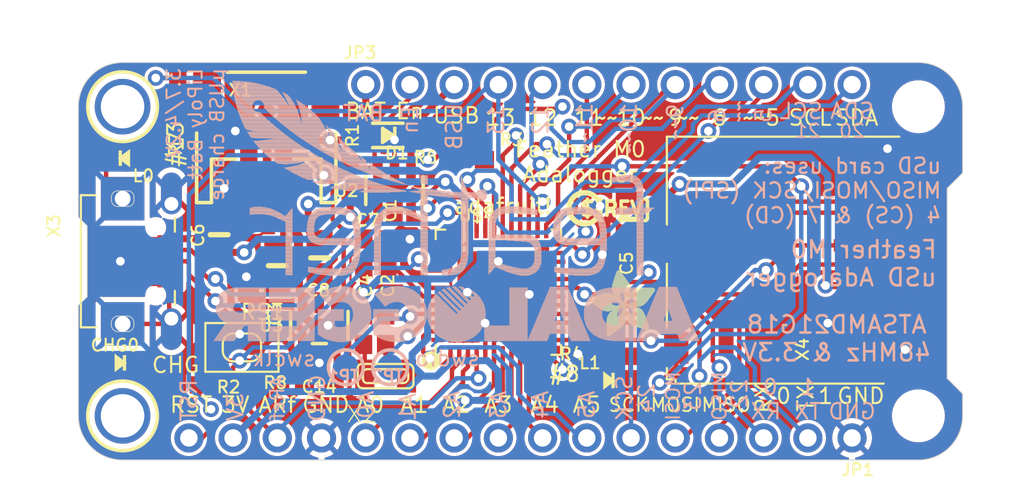
<source format=kicad_pcb>
(kicad_pcb (version 20221018) (generator pcbnew)
  (layers (0 "F.Cu" signal) (31 "B.Cu" signal) (34 "B.Paste" user) (35 "F.Paste" user) (36 "B.SilkS" user "B.Silkscreen") (37 "F.SilkS" user "F.Silkscreen") (38 "B.Mask" user) (39 "F.Mask" user) (44 "Edge.Cuts" user))
  (net 0 "")
  (net 1 "GND")
  (net 2 "MOSI")
  (net 3 "MISO")
  (net 4 "SCK")
  (net 5 "A5")
  (net 6 "A4")
  (net 7 "A3")
  (net 8 "A2")
  (net 9 "A1")
  (net 10 "D11")
  (net 11 "D12")
  (net 12 "+3V3")
  (net 13 "VBUS")
  (net 14 "VBAT")
  (net 15 "N$2")
  (net 16 "AREF")
  (net 17 "D13")
  (net 18 "A0")
  (net 19 "N$1")
  (net 20 "N$3")
  (net 21 "N$4")
  (net 22 "VDDCORE")
  (net 23 "SCL")
  (net 24 "SDA")
  (net 25 "D9")
  (net 26 "D8")
  (net 27 "D7")
  (net 28 "D6")
  (net 29 "D5")
  (net 30 "D1")
  (net 31 "D0")
  (net 32 "D10")
  (net 33 "D+")
  (net 34 "D-")
  (net 35 "~{RESET}")
  (net 36 "SWCLK")
  (net 37 "SWDIO")
  (net 38 "N$5")
  (net 39 "N$7")
  (net 40 "EN")
  (net 41 "D3")
  (net 42 "D2")
  (net 43 "SD_CS")
  (net 44 "N$6")
  (footprint "working:0805-NO" (layer "F.Cu") (at 154.7241 102.5906 -90)
    (fp_text reference "C5")
    (fp_text value "10uF")
  )
  (footprint "working:CHIPLED_0805_NOOUTLINE" (layer "F.Cu") (at 125.5141 110.8456 -90)
    (fp_text reference "CHG0")
    (fp_text value "ORANGE")
  )
  (footprint "working:0805-NO" (layer "F.Cu") (at 131.1891 103.4746 90)
    (fp_text reference "C6")
    (fp_text value "10µF")
  )
  (footprint "working:MICROSD" (layer "F.Cu") (at 157.0101 111.9886 90)
    (fp_text reference "X4")
    (fp_text value "microsd")
  )
  (footprint "working:KMR2" (layer "F.Cu") (at 132.4991 109.9566 180)
    (fp_text reference "SW1" hide)
    (fp_text value "SPST_TACT-KMR2" hide)
  )
  (footprint "working:0603-NO" (layer "F.Cu") (at 145.5801 99.1616 180)
    (fp_text reference "R6")
    (fp_text value "100K")
  )
  (footprint "working:0603-NO" (layer "F.Cu") (at 139.5011 104.5716 90)
    (fp_text reference "C7")
    (fp_text value "1uF")
  )
  (footprint "working:0603-NO" (layer "F.Cu") (at 139.4841 108.9406 90)
    (fp_text reference "C4")
    (fp_text value "22pF")
  )
  (footprint "working:0603-NO" (layer "F.Cu") (at 145.4531 97.8916)
    (fp_text reference "R3")
    (fp_text value "100k")
  )
  (footprint "working:XTAL3215" (layer "F.Cu") (at 140.7541 111.6076)
    (fp_text reference "X2")
    (fp_text value "32.768")
  )
  (footprint "working:0805-NO" (layer "F.Cu") (at 136.9591 104.8096 -90)
    (fp_text reference "C8")
    (fp_text value "10µF")
  )
  (footprint "" (layer "F.Cu") (at 171.3611 113.8936)
    (fp_text reference "@HOLE1" hide)
    (fp_text value "")
  )
  (footprint "working:0805-NO" (layer "F.Cu") (at 134.5311 105.2576 -90)
    (fp_text reference "C3")
    (fp_text value "10µF")
  )
  (footprint "working:FIDUCIAL_1MM" (layer "F.Cu") (at 133.8961 96.3676 -90)
    (fp_text reference "U$34" hide)
    (fp_text value "FIDUCIAL\"\"" hide)
  )
  (footprint "working:ADAFRUIT_3.5MM" (layer "F.Cu") (at 156.2481 109.3216 90)
    (fp_text reference "U$7" hide)
    (fp_text value "" hide)
  )
  (footprint "working:SOT23-5" (layer "F.Cu") (at 141.2621 100.9396 180)
    (fp_text reference "U2")
    (fp_text value "SPX3819-3.3")
  )
  (footprint "working:MOUNTINGHOLE_2.5_PLATED" (layer "F.Cu") (at 125.6411 96.1136 -90)
    (fp_text reference "U$31" hide)
    (fp_text value "MOUNTINGHOLE2.5" hide)
  )
  (footprint "working:1X16_ROUND" (layer "F.Cu") (at 148.5011 115.1636 180)
    (fp_text reference "JP1")
    (fp_text value "")
  )
  (footprint "working:0603-NO" (layer "F.Cu") (at 140.8811 104.6226 90)
    (fp_text reference "C1")
    (fp_text value "1uF")
  )
  (footprint "working:0603-NO" (layer "F.Cu") (at 133.8199 112.089007)
    (fp_text reference "C14")
    (fp_text value "1uF")
  )
  (footprint "working:CHIPLED_0805_NOOUTLINE" (layer "F.Cu") (at 125.7461 99.0746 90)
    (fp_text reference "L0")
    (fp_text value "RED")
  )
  (footprint "working:CHIPLED_0805_NOOUTLINE" (layer "F.Cu") (at 153.5811 111.8616 -90)
    (fp_text reference "L1")
    (fp_text value "GREEN")
  )
  (footprint "working:4UCONN_20329_V2" (layer "F.Cu") (at 127.5461 105.0036 -90)
    (fp_text reference "X3")
    (fp_text value "microUSB")
    (fp_line (start -4.05 2.15) (end -4.05 1.6) (stroke (width 0.05)) (layer "Edge.Cuts"))
    (fp_line (start -3.7 1.25) (end -3.5 1.25) (stroke (width 0.05)) (layer "Edge.Cuts"))
    (fp_line (start -3.5 2.55) (end -3.7 2.55) (stroke (width 0.05)) (layer "Edge.Cuts"))
    (fp_line (start -3.15 1.6) (end -3.15 2.15) (stroke (width 0.05)) (layer "Edge.Cuts"))
    (fp_line (start 3.15 2.2) (end 3.15 1.6) (stroke (width 0.05)) (layer "Edge.Cuts"))
    (fp_line (start 4.05 1.6) (end 4.05 2.2) (stroke (width 0.05)) (layer "Edge.Cuts"))
    (fp_arc (start -4.05 1.6) (mid -3.947487 1.352513) (end -3.7 1.25) (stroke (width 0.05)) (layer "Edge.Cuts"))
    (fp_arc (start -3.7 2.55) (mid -3.957843 2.422487) (end -4.05 2.15) (stroke (width 0.05)) (layer "Edge.Cuts"))
    (fp_arc (start -3.5 1.25) (mid -3.252513 1.352513) (end -3.15 1.6) (stroke (width 0.05)) (layer "Edge.Cuts"))
    (fp_arc (start -3.15 2.15) (mid -3.242157 2.422487) (end -3.5 2.55) (stroke (width 0.05)) (layer "Edge.Cuts"))
    (fp_arc (start 3.15 1.6) (mid 3.302513 1.331802) (end 3.6 1.25) (stroke (width 0.05)) (layer "Edge.Cuts"))
    (fp_arc (start 3.6 1.25) (mid 3.897487 1.331802) (end 4.05 1.6) (stroke (width 0.05)) (layer "Edge.Cuts"))
    (fp_arc (start 3.6 2.55) (mid 3.302513 2.468198) (end 3.15 2.2) (stroke (width 0.05)) (layer "Edge.Cuts"))
    (fp_arc (start 4.05 2.2) (mid 3.897487 2.468198) (end 3.6 2.55) (stroke (width 0.05)) (layer "Edge.Cuts"))
  )
  (footprint "working:MOUNTINGHOLE_2.5_PLATED" (layer "F.Cu") (at 125.6411 113.8936 -90)
    (fp_text reference "U$32" hide)
    (fp_text value "MOUNTINGHOLE2.5" hide)
  )
  (footprint "working:0603-NO" (layer "F.Cu") (at 138.7221 100.3046 90)
    (fp_text reference "R1")
    (fp_text value "100k")
  )
  (footprint "working:0603-NO" (layer "F.Cu") (at 153.9621 110.4646 180)
    (fp_text reference "R4")
    (fp_text value "1K")
  )
  (footprint "" (layer "F.Cu") (at 171.3611 96.1136)
    (fp_text reference "@HOLE0" hide)
    (fp_text value "")
  )
  (footprint "working:1X12_ROUND" (layer "F.Cu") (at 153.5811 94.8436)
    (fp_text reference "JP3")
    (fp_text value "")
  )
  (footprint "working:FIDUCIAL_1MM" (layer "F.Cu") (at 169.5033 115.6646 -90)
    (fp_text reference "U$35" hide)
    (fp_text value "FIDUCIAL\"\"" hide)
  )
  (footprint "working:0603-NO" (layer "F.Cu") (at 129.1971 112.1156)
    (fp_text reference "R2")
    (fp_text value "1K")
  )
  (footprint "working:PCBFEAT-REV-040" (layer "F.Cu") (at 152.1841 101.9556)
    (fp_text reference "U$9" hide)
    (fp_text value "" hide)
  )
  (footprint "working:SOD-123" (layer "F.Cu") (at 140.8811 97.7646 180)
    (fp_text reference "D1")
    (fp_text value "MBR120")
  )
  (footprint "working:0603-NO" (layer "F.Cu") (at 128.8161 95.4786 -90)
    (fp_text reference "R7")
    (fp_text value "2.2K")
  )
  (footprint "working:SOT23-5" (layer "F.Cu") (at 136.9441 108.6866 180)
    (fp_text reference "U3")
    (fp_text value "MCP73831T-2ACI/OT")
  )
  (footprint "working:JSTPH2" (layer "F.Cu") (at 133.8961 97.1296)
    (fp_text reference "X1")
    (fp_text value "JSTPH")
  )
  (footprint "working:0603-NO" (layer "F.Cu") (at 136.9441 112.1156 180)
    (fp_text reference "R8")
    (fp_text value "10K\\")
  )
  (footprint "working:TQFN48_7MM" (layer "F.Cu") (at 147.2311 106.7816)
    (fp_text reference "U$4")
    (fp_text value "ATSAMD21G18_QFN")
  )
  (footprint "working:0603-NO" (layer "F.Cu") (at 140.7541 108.9406 90)
    (fp_text reference "C2")
    (fp_text value "22pF")
  )
  (footprint "working:ADALOGGER_LOGO" (layer "B.Cu") (at 158.7881 109.7026 180)
    (fp_text reference "U$14" hide)
    (fp_text value "" hide)
  )
  (footprint "working:TESTPOINT_ROUND_1.5MM" (layer "B.Cu") (at 138.4681 111.0996 180)
    (fp_text reference "TP1")
    (fp_text value "")
  )
  (footprint "working:FEATHERLOGO" (layer "B.Cu") (at 156.2481 105.8926 180)
    (fp_text reference "U$13" hide)
    (fp_text value "" hide)
  )
  (footprint "working:TESTPOINT_ROUND_1.5MM" (layer "B.Cu") (at 141.0081 111.0996 180)
    (fp_text reference "TP2")
    (fp_text value "")
  )
  (gr_arc (start 123.1011 96.1136) (mid 123.845049 94.317549) (end 125.6411 93.5736) (stroke (width 0.05)) (layer "Edge.Cuts"))
  (gr_line (start 171.3611 93.5736) (end 125.6411 93.5736) (stroke (width 0.05)) (layer "Edge.Cuts"))
  (gr_line (start 123.6091 102.9716) (end 123.6091 107.0356) (stroke (width 0.05)) (layer "Edge.Cuts"))
  (gr_line (start 123.6091 107.0356) (end 123.1011 107.5436) (stroke (width 0.05)) (layer "Edge.Cuts"))
  (gr_line (start 173.0121 111.7346) (end 173.0121 100.8126) (stroke (width 0.05)) (layer "Edge.Cuts"))
  (gr_line (start 173.9011 112.6236) (end 173.0121 111.7346) (stroke (width 0.05)) (layer "Edge.Cuts"))
  (gr_line (start 123.1011 96.1136) (end 123.1011 102.4636) (stroke (width 0.05)) (layer "Edge.Cuts"))
  (gr_line (start 173.9011 113.8936) (end 173.9011 112.6236) (stroke (width 0.05)) (layer "Edge.Cuts"))
  (gr_line (start 123.1011 107.5436) (end 123.1011 113.8936) (stroke (width 0.05)) (layer "Edge.Cuts"))
  (gr_arc (start 125.6411 116.4336) (mid 123.845049 115.689651) (end 123.1011 113.8936) (stroke (width 0.05)) (layer "Edge.Cuts"))
  (gr_line (start 173.0121 100.8126) (end 173.9011 99.9236) (stroke (width 0.05)) (layer "Edge.Cuts"))
  (gr_line (start 123.1011 102.4636) (end 123.6091 102.9716) (stroke (width 0.05)) (layer "Edge.Cuts"))
  (gr_arc (start 171.3611 93.5736) (mid 173.157151 94.317549) (end 173.9011 96.1136) (stroke (width 0.05)) (layer "Edge.Cuts"))
  (gr_line (start 125.6411 116.4336) (end 171.3611 116.4336) (stroke (width 0.05)) (layer "Edge.Cuts"))
  (gr_line (start 173.9011 99.9236) (end 173.9011 96.1136) (stroke (width 0.05)) (layer "Edge.Cuts"))
  (gr_arc (start 173.9011 113.8936) (mid 173.157151 115.689651) (end 171.3611 116.4336) (stroke (width 0.05)) (layer "Edge.Cuts"))
  (gr_text "24" (at 155.7401 112.8776 -270) (layer "B.SilkS") (effects (font (size 0.89408 0.89408) (thickness 0.12192)) (justify mirror)))
  (gr_text "GND" (at 167.5511 113.6396) (layer "B.SilkS") (effects (font (size 0.89408 0.89408) (thickness 0.12192)) (justify mirror)))
  (gr_text "MISO" (at 159.9311 112.7506 -270) (layer "B.SilkS") (effects (font (size 0.78232 0.78232) (thickness 0.10668)) (justify mirror)))
  (gr_text "23" (at 158.4071 112.7506 -270) (layer "B.SilkS") (effects (font (size 0.89408 0.89408) (thickness 0.12192)) (justify mirror)))
  (gr_text "0" (at 162.8521 112.2426) (layer "B.SilkS") (effects (font (size 0.89408 0.89408) (thickness 0.12192)) (justify mirror)))
  (gr_text "RST" (at 129.4511 113.0046 -270) (layer "B.SilkS") (effects (font (size 0.89408 0.89408) (thickness 0.12192)) (justify mirror)))
  (gr_text "A0" (at 139.6111 113.2586 -270) (layer "B.SilkS") (effects (font (size 0.89408 0.89408) (thickness 0.12192)) (justify mirror)))
  (gr_text "MOSI" (at 157.2641 112.7506 -270) (layer "B.SilkS") (effects (font (size 0.78232 0.78232) (thickness 0.10668)) (justify mirror)))
  (gr_text "TX" (at 165.0111 113.6396) (layer "B.SilkS") (effects (font (size 0.89408 0.89408) (thickness 0.12192)) (justify mirror)))
  (gr_text "ATSAMD21G18\n48MHz & 3.3V" (at 166.6621 109.4486) (layer "B.SilkS") (effects (font (size 0.99441 0.99441) (thickness 0.14859)) (justify mirror)))
  (gr_text "A5" (at 152.3111 113.2586 -270) (layer "B.SilkS") (effects (font (size 0.89408 0.89408) (thickness 0.12192)) (justify mirror)))
  (gr_text "USB" (at 144.6911 97.2566 -270) (layer "B.SilkS") (effects (font (size 0.89408 0.89408) (thickness 0.12192)) (justify mirror)))
  (gr_text "SCL" (at 164.6301 96.3676) (layer "B.SilkS") (effects (font (size 0.89408 0.89408) (thickness 0.12192)) (justify mirror)))
  (gr_text "SDA" (at 167.5511 96.3676) (layer "B.SilkS") (effects (font (size 0.89408 0.89408) (thickness 0.12192)) (justify mirror)))
  (gr_text "swclk" (at 134.9121 110.5916) (layer "B.SilkS") (effects (font (size 0.89408 0.89408) (thickness 0.12192)) (justify mirror)))
  (gr_text "A4" (at 149.6441 113.2586 -270) (layer "B.SilkS") (effects (font (size 0.89408 0.89408) (thickness 0.12192)) (justify mirror)))
  (gr_text "11~~" (at 152.1841 97.3836 -270) (layer "B.SilkS") (effects (font (size 0.89408 0.89408) (thickness 0.12192)) (justify mirror)))
  (gr_text "20" (at 167.5511 97.5106) (layer "B.SilkS") (effects (font (size 0.78232 0.78232) (thickness 0.10668)) (justify mirror)))
  (gr_text "6" (at 159.8041 96.6216 -270) (layer "B.SilkS") (effects (font (size 0.89408 0.89408) (thickness 0.12192)) (justify mirror)))
  (gr_text "10~~" (at 154.7241 97.3836 -270) (layer "B.SilkS") (effects (font (size 0.89408 0.89408) (thickness 0.12192)) (justify mirror)))
  (gr_text "swdio" (at 144.3101 110.5916) (layer "B.SilkS") (effects (font (size 0.89408 0.89408) (thickness 0.12192)) (justify mirror)))
  (gr_text "BAT" (at 139.4841 96.4946) (layer "B.SilkS") (effects (font (size 0.89408 0.89408) (thickness 0.12192)) (justify mirror)))
  (gr_text "~~" (at 161.0741 96.3676 -90) (layer "B.SilkS") (effects (font (size 0.89408 0.89408) (thickness 0.12192)) (justify mirror)))
  (gr_text "SCK" (at 154.4701 112.8776 -270) (layer "B.SilkS") (effects (font (size 0.89408 0.89408) (thickness 0.12192)) (justify mirror)))
  (gr_text "RX" (at 162.5981 113.6396) (layer "B.SilkS") (effects (font (size 0.89408 0.89408) (thickness 0.12192)) (justify mirror)))
  (gr_text "3.7/4.2V\nLiPoly Batt\nµUSB charge" (at 129.8321 93.8276 -270) (layer "B.SilkS") (effects (font (size 0.77343 0.77343) (thickness 0.11557)) (justify left mirror)))
  (gr_text "A3" (at 147.2311 113.2586 -270) (layer "B.SilkS") (effects (font (size 0.89408 0.89408) (thickness 0.12192)) (justify mirror)))
  (gr_text "uSD card uses:\nMISO/MOSI/SCK (SPI)\n4 (CS) & 7 (CD)" (at 172.7581 100.9396) (layer "B.SilkS") (effects (font (size 0.88392 0.88392) (thickness 0.13208)) (justify left mirror)))
  (gr_text "21" (at 165.0111 97.5106) (layer "B.SilkS") (effects (font (size 0.78232 0.78232) (thickness 0.10668)) (justify mirror)))
  (gr_text "En" (at 142.1511 96.8756 -270) (layer "B.SilkS") (effects (font (size 0.89408 0.89408) (thickness 0.12192)) (justify mirror)))
  (gr_text "5" (at 162.4711 96.6216 -270) (layer "B.SilkS") (effects (font (size 0.89408 0.89408) (thickness 0.12192)) (justify mirror)))
  (gr_text "3V" (at 132.1181 113.3856 -270) (layer "B.SilkS") (effects (font (size 0.89408 0.89408) (thickness 0.12192)) (justify mirror)))
  (gr_text "1" (at 165.0111 112.2426) (layer "B.SilkS") (effects (font (size 0.89408 0.89408) (thickness 0.12192)) (justify mirror)))
  (gr_text "12" (at 149.6441 96.8756 -270) (layer "B.SilkS") (effects (font (size 0.89408 0.89408) (thickness 0.12192)) (justify mirror)))
  (gr_text "GND" (at 136.8171 112.8776 -270) (layer "B.SilkS") (effects (font (size 0.89408 0.89408) (thickness 0.12192)) (justify mirror)))
  (gr_text "22" (at 161.0741 112.6236 -270) (layer "B.SilkS") (effects (font (size 0.89408 0.89408) (thickness 0.12192)) (justify mirror)))
  (gr_text "A1" (at 142.0241 113.3856 -270) (layer "B.SilkS") (effects (font (size 0.89408 0.89408) (thickness 0.12192)) (justify mirror)))
  (gr_text "ARef" (at 134.5311 112.8776 -270) (layer "B.SilkS") (effects (font (size 0.78232 0.78232) (thickness 0.10668)) (justify mirror)))
  (gr_text "A2" (at 144.5641 113.2586 -270) (layer "B.SilkS") (effects (font (size 0.89408 0.89408) (thickness 0.12192)) (justify mirror)))
  (gr_text "13" (at 147.1041 96.8756 -270) (layer "B.SilkS") (effects (font (size 0.89408 0.89408) (thickness 0.12192)) (justify mirror)))
  (gr_text "Feather M0\nuSD Adalogger" (at 172.5041 105.1306) (layer "B.SilkS") (effects (font (size 0.99441 0.99441) (thickness 0.14859)) (justify left mirror)))
  (gr_text "9~~" (at 157.3911 97.0026 -270) (layer "B.SilkS") (effects (font (size 0.89408 0.89408) (thickness 0.12192)) (justify mirror)))
  (gr_text "0" (at 163.6141 112.7506) (layer "F.SilkS") (effects (font (size 0.89408 0.89408) (thickness 0.12192))))
  (gr_text "SDA" (at 167.8051 96.7486) (layer "F.SilkS") (effects (font (size 0.89408 0.89408) (thickness 0.12192))))
  (gr_text "A5" (at 152.3111 113.2586) (layer "F.SilkS") (effects (font (size 0.89408 0.89408) (thickness 0.12192))))
  (gr_text "11" (at 152.4381 96.7486) (layer "F.SilkS") (effects (font (size 0.89408 0.89408) (thickness 0.12192))))
  (gr_text "MISO" (at 160.3121 113.2586) (layer "F.SilkS") (effects (font (size 0.78232 0.78232) (thickness 0.10668))))
  (gr_text "RST" (at 129.5781 113.2586) (layer "F.SilkS") (effects (font (size 0.89408 0.89408) (thickness 0.12192))))
  (gr_text "USB" (at 144.8181 96.6216) (layer "F.SilkS") (effects (font (size 0.89408 0.89408) (thickness 0.12192))))
  (gr_text "RST" (at 133.6421 107.9246) (layer "F.SilkS") (effects (font (size 0.89408 0.89408) (thickness 0.12192))))
  (gr_text "~~5" (at 162.3441 96.7486) (layer "F.SilkS") (effects (font (size 0.89408 0.89408) (thickness 0.12192))))
  (gr_text "A3" (at 147.2311 113.2586) (layer "F.SilkS") (effects (font (size 0.89408 0.89408) (thickness 0.12192))))
  (gr_text "~~" (at 158.1531 96.7486) (layer "F.SilkS") (effects (font (size 0.89408 0.89408) (thickness 0.12192))))
  (gr_text "~~" (at 156.1211 96.7486) (layer "F.SilkS") (effects (font (size 0.89408 0.89408) (thickness 0.12192))))
  (gr_text "adafruit!" (at 147.4851 101.8286) (layer "F.SilkS") (effects (font (size 0.88392 0.88392) (thickness 0.13208))))
  (gr_text "A1" (at 142.4051 113.2586) (layer "F.SilkS") (effects (font (size 0.89408 0.89408) (thickness 0.12192))))
  (gr_text "6" (at 159.9311 96.7486) (layer "F.SilkS") (effects (font (size 0.89408 0.89408) (thickness 0.12192))))
  (gr_text "10" (at 154.8511 96.7486) (layer "F.SilkS") (effects (font (size 0.89408 0.89408) (thickness 0.12192))))
  (gr_text "MOSI" (at 157.3911 113.2586) (layer "F.SilkS") (effects (font (size 0.78232 0.78232) (thickness 0.10668))))
  (gr_text "#8" (at 151.0411 111.4806) (layer "F.SilkS") (effects (font (size 0.88392 0.88392) (thickness 0.13208))))
  (gr_text "~~" (at 153.4541 96.7486) (layer "F.SilkS") (effects (font (size 0.89408 0.89408) (thickness 0.12192))))
  (gr_text "SCL" (at 165.1381 96.7486) (layer "F.SilkS") (effects (font (size 0.89408 0.89408) (thickness 0.12192))))
  (gr_text "GND" (at 137.3251 113.2586) (layer "F.SilkS") (effects (font (size 0.89408 0.89408) (thickness 0.12192))))
  (gr_text "A0" (at 139.8651 113.2586) (layer "F.SilkS") (effects (font (size 0.89408 0.89408) (thickness 0.12192))))
  (gr_text "A2" (at 144.8181 113.2586) (layer "F.SilkS") (effects (font (size 0.89408 0.89408) (thickness 0.12192))))
  (gr_text "CHG" (at 128.6891 110.9726) (layer "F.SilkS") (effects (font (size 0.89408 0.89408) (thickness 0.12192))))
  (gr_text "A4" (at 149.8981 113.2586) (layer "F.SilkS") (effects (font (size 0.89408 0.89408) (thickness 0.12192))))
  (gr_text "1" (at 166.0271 112.7506) (layer "F.SilkS") (effects (font (size 0.89408 0.89408) (thickness 0.12192))))
  (gr_text "#13" (at 128.6891 98.2726 90) (layer "F.SilkS") (effects (font (size 0.89408 0.89408) (thickness 0.12192))))
  (gr_text "BAT" (at 139.6111 96.3676) (layer "F.SilkS") (effects (font (size 0.89408 0.89408) (thickness 0.12192))))
  (gr_text "Feather M0\nAdalogger" (at 151.9301 99.2886) (layer "F.SilkS") (effects (font (size 0.89408 0.89408) (thickness 0.12192))))
  (gr_text "En" (at 142.1511 96.3676) (layer "F.SilkS") (effects (font (size 0.89408 0.89408) (thickness 0.12192))))
  (gr_text "3V" (at 132.1181 113.2586) (layer "F.SilkS") (effects (font (size 0.89408 0.89408) (thickness 0.12192))))
  (gr_text "RX" (at 162.4711 112.8776 90) (layer "F.SilkS") (effects (font (size 0.89408 0.89408) (thickness 0.12192))))
  (gr_text "9" (at 157.3911 96.7486) (layer "F.SilkS") (effects (font (size 0.89408 0.89408) (thickness 0.12192))))
  (gr_text "13" (at 147.3581 96.7486) (layer "F.SilkS") (effects (font (size 0.89408 0.89408) (thickness 0.12192))))
  (gr_text "SCK" (at 154.7241 113.2586) (layer "F.SilkS") (effects (font (size 0.78232 0.78232) (thickness 0.10668))))
  (gr_text "12" (at 149.7711 96.7486) (layer "F.SilkS") (effects (font (size 0.89408 0.89408) (thickness 0.12192))))
  (gr_text "ARf" (at 134.5311 113.2586) (layer "F.SilkS") (effects (font (size 0.89408 0.89408) (thickness 0.12192))))
  (gr_text "TX" (at 164.8841 112.8776 90) (layer "F.SilkS") (effects (font (size 0.89408 0.89408) (thickness 0.12192))))
  (gr_text "GND" (at 168.0591 112.7506) (layer "F.SilkS") (effects (font (size 0.89408 0.89408) (thickness 0.12192))))
  (segment (start 141.2621 99.6395) (end 141.2621 98.3996) (width 0.254) (layer "F.Cu") (net 1))
  (segment (start 146.4811 110.2566) (end 146.4811 107.5316) (width 0.254) (layer "F.Cu") (net 1))
  (segment (start 126.0961 106.3036) (end 125.5461 105.7536) (width 0.254) (layer "F.Cu") (net 1))
  (segment (start 134.4991 109.1566) (end 134.6201 109.1566) (width 0.254) (layer "F.Cu") (net 1))
  (segment (start 143.1711 106.5316) (end 141.7701 105.1306) (width 0.254) (layer "F.Cu") (net 1))
  (segment (start 128.3211 106.3036) (end 128.3211 108.1786) (width 0.254) (layer "F.Cu") (net 1))
  (segment (start 146.9811 106.5316) (end 147.2311 106.7816) (width 0.254) (layer "F.Cu") (net 1))
  (segment (start 137.0711 105.7596) (end 136.9591 105.7596) (width 0.254) (layer "F.Cu") (net 1))
  (segment (start 125.6461 108.6036) (end 128.1461 108.6036) (width 0.254) (layer "F.Cu") (net 1))
  (segment (start 130.4991 109.1566) (end 134.4991 109.1566) (width 0.254) (layer "F.Cu") (net 1))
  (segment (start 144.4371 99.0346) (end 144.5641 99.1616) (width 0.254) (layer "F.Cu") (net 1))
  (segment (start 141.7701 105.1306) (end 141.7701 104.1146) (width 0.254) (layer "F.Cu") (net 1))
  (segment (start 144.5641 99.1616) (end 144.7301 99.1616) (width 0.254) (layer "F.Cu") (net 1))
  (segment (start 143.7561 106.5316) (end 143.1711 106.5316) (width 0.254) (layer "F.Cu") (net 1))
  (segment (start 147.4811 107.0316) (end 147.2311 106.7816) (width 0.254) (layer "F.Cu") (net 1))
  (segment (start 128.1461 108.6036) (end 128.4461 108.3036) (width 0.254) (layer "F.Cu") (net 1))
  (segment (start 143.7561 106.5316) (end 146.9811 106.5316) (width 0.254) (layer "F.Cu") (net 1))
  (segment (start 128.3211 106.3036) (end 126.0961 106.3036) (width 0.254) (layer "F.Cu") (net 1))
  (segment (start 146.4811 107.5316) (end 147.2311 106.7816) (width 0.254) (layer "F.Cu") (net 1))
  (segment (start 143.1671 100.3046) (end 143.0401 100.3046) (width 0.254) (layer "F.Cu") (net 1))
  (segment (start 144.9811 104.5316) (end 147.2311 106.7816) (width 0.254) (layer "F.Cu") (net 1))
  (segment (start 140.7541 108.0906) (end 139.4841 108.0906) (width 0.254) (layer "F.Cu") (net 1))
  (segment (start 124.6961 99.0746) (end 124.6961 101.4036) (width 0.254) (layer "F.Cu") (net 1))
  (segment (start 150.7061 107.0316) (end 147.4811 107.0316) (width 0.254) (layer "F.Cu") (net 1))
  (segment (start 124.6961 101.4036) (end 125.6461 101.4036) (width 0.254) (layer "F.Cu") (net 1))
  (segment (start 141.7701 104.1146) (end 142.1511 103.7336) (width 0.254) (layer "F.Cu") (net 1))
  (segment (start 144.9811 103.3066) (end 144.9811 104.5316) (width 0.254) (layer "F.Cu") (net 1))
  (segment (start 144.4371 99.0346) (end 143.1671 100.3046) (width 0.254) (layer "F.Cu") (net 1))
  (segment (start 128.3211 108.1786) (end 128.4461 108.3036) (width 0.254) (layer "F.Cu") (net 1))
  (segment (start 146.4811 107.5316) (end 146.4691 107.5436) (width 0.254) (layer "F.Cu") (net 1))
  (segment (start 146.4691 107.5436) (end 146.4691 108.5596) (width 0.254) (layer "F.Cu") (net 1))
  (via (at 131.4831 100.8126) (size 0.9064) (drill 0.5) (layers "F.Cu" "B.Cu") (net 1))
  (via (at 149.0091 106.9086) (size 0.9064) (drill 0.5) (layers "F.Cu" "B.Cu") (net 1))
  (via (at 125.5141 105.0036) (size 0.9064) (drill 0.5) (layers "F.Cu" "B.Cu") (net 1))
  (via (at 145.4531 106.7816) (size 0.9064) (drill 0.5) (layers "F.Cu" "B.Cu") (net 1))
  (via (at 142.1511 103.7336) (size 0.9064) (drill 0.5) (layers "F.Cu" "B.Cu") (net 1))
  (via (at 132.1181 97.5106) (size 0.9064) (drill 0.5) (layers "F.Cu" "B.Cu") (net 1))
  (via (at 137.4521 108.6866) (size 0.9064) (drill 0.5) (layers "F.Cu" "B.Cu") (net 1))
  (via (at 132.3721 109.1946) (size 0.9064) (drill 0.5) (layers "F.Cu" "B.Cu") (net 1))
  (via (at 132.7531 105.8926) (size 0.9064) (drill 0.5) (layers "F.Cu" "B.Cu") (net 1))
  (via (at 153.2001 104.6226) (size 0.9064) (drill 0.5) (layers "F.Cu" "B.Cu") (net 1))
  (via (at 147.2311 105.0036) (size 0.9064) (drill 0.5) (layers "F.Cu" "B.Cu") (net 1))
  (via (at 141.2621 98.0186) (size 0.9064) (drill 0.5) (layers "F.Cu" "B.Cu") (net 1))
  (via (at 170.5991 110.0836) (size 0.9064) (drill 0.5) (layers "F.Cu" "B.Cu") (net 1))
  (via (at 136.9441 110.8456) (size 0.9064) (drill 0.5) (layers "F.Cu" "B.Cu") (net 1))
  (via (at 169.5831 98.5266) (size 0.9064) (drill 0.5) (layers "F.Cu" "B.Cu") (net 1))
  (via (at 146.4691 108.5596) (size 0.9064) (drill 0.5) (layers "F.Cu" "B.Cu") (net 1))
  (via (at 166.1541 108.5596) (size 0.9064) (drill 0.5) (layers "F.Cu" "B.Cu") (net 1))
  (via (at 151.8031 110.3376) (size 0.9064) (drill 0.5) (layers "F.Cu" "B.Cu") (net 1))
  (segment (start 151.8031 110.3376) (end 151.6761 110.4646) (width 0.254) (layer "B.Cu") (net 1))
  (segment (start 157.8991 115.1636) (end 161.0741 111.9886) (width 0.254) (layer "F.Cu") (net 2))
  (segment (start 162.8521 106.9086) (end 164.5721 105.1886) (width 0.254) (layer "F.Cu") (net 2))
  (segment (start 161.0741 111.9886) (end 161.0741 108.6866) (width 0.254) (layer "F.Cu") (net 2))
  (segment (start 157.3911 115.1636) (end 157.8991 115.1636) (width 0.254) (layer "F.Cu") (net 2))
  (segment (start 161.0741 108.6866) (end 162.8521 106.9086) (width 0.254) (layer "F.Cu") (net 2))
  (segment (start 150.7061 106.5316) (end 151.8071 106.5316) (width 0.254) (layer "F.Cu") (net 2))
  (segment (start 151.8071 106.5316) (end 152.1841 106.9086) (width 0.254) (layer "F.Cu") (net 2))
  (segment (start 152.1841 106.9086) (end 162.8521 106.9086) (width 0.254) (layer "F.Cu") (net 2))
  (segment (start 164.5721 105.1886) (end 167.6501 105.1886) (width 0.254) (layer "F.Cu") (net 2))
  (via (at 152.1841 106.9086) (size 0.9064) (drill 0.5) (layers "F.Cu" "B.Cu") (net 2))
  (segment (start 169.4561 109.7026) (end 168.9481 109.7026) (width 0.254) (layer "F.Cu") (net 3))
  (segment (start 168.9481 111.9886) (end 168.9481 109.7026) (width 0.254) (layer "F.Cu") (net 3))
  (segment (start 157.5181 101.5746) (end 169.2021 101.5746) (width 0.254) (layer "F.Cu") (net 3))
  (segment (start 169.2021 101.5746) (end 169.8371 102.2096) (width 0.254) (layer "F.Cu") (net 3))
  (segment (start 161.8361 112.6236) (end 168.3131 112.6236) (width 0.254) (layer "F.Cu") (net 3))
  (segment (start 159.9311 114.5286) (end 161.8361 112.6236) (width 0.254) (layer "F.Cu") (net 3))
  (segment (start 169.8371 102.2096) (end 169.8371 109.3216) (width 0.254) (layer "F.Cu") (net 3))
  (segment (start 150.7061 105.5316) (end 154.8311 105.5316) (width 0.254) (layer "F.Cu") (net 3))
  (segment (start 154.8311 105.5316) (end 155.9941 104.3686) (width 0.254) (layer "F.Cu") (net 3))
  (segment (start 167.7641 109.7026) (end 167.6501 109.5886) (width 0.254) (layer "F.Cu") (net 3))
  (segment (start 168.9481 109.7026) (end 167.7641 109.7026) (width 0.254) (layer "F.Cu") (net 3))
  (segment (start 168.3131 112.6236) (end 168.9481 111.9886) (width 0.254) (layer "F.Cu") (net 3))
  (segment (start 169.8371 109.3216) (end 169.4561 109.7026) (width 0.254) (layer "F.Cu") (net 3))
  (segment (start 155.9941 104.3686) (end 155.9941 103.0986) (width 0.254) (layer "F.Cu") (net 3))
  (segment (start 155.9941 103.0986) (end 157.5181 101.5746) (width 0.254) (layer "F.Cu") (net 3))
  (segment (start 159.9311 115.1636) (end 159.9311 114.5286) (width 0.254) (layer "F.Cu") (net 3))
  (segment (start 168.8211 102.2096) (end 169.3291 102.7176) (width 0.254) (layer "F.Cu") (net 4))
  (segment (start 155.8671 105.6386) (end 155.8671 106.0704) (width 0.254) (layer "F.Cu") (net 4))
  (segment (start 169.3291 102.7176) (end 169.3291 107.0356) (width 0.254) (layer "F.Cu") (net 4))
  (segment (start 150.7181 106.0196) (end 150.7061 106.0316) (width 0.254) (layer "F.Cu") (net 4))
  (segment (start 152.9969 106.1974) (end 155.9941 106.1974) (width 0.254) (layer "F.Cu") (net 4))
  (segment (start 155.8671 106.0704) (end 155.9941 106.1974) (width 0.254) (layer "F.Cu") (net 4))
  (segment (start 163.7411 102.2096) (end 168.8211 102.2096) (width 0.254) (layer "F.Cu") (net 4))
  (segment (start 159.7533 106.1974) (end 163.7411 102.2096) (width 0.254) (layer "F.Cu") (net 4))
  (segment (start 152.9969 106.1974) (end 152.8191 106.0196) (width 0.254) (layer "F.Cu") (net 4))
  (segment (start 152.8191 106.0196) (end 150.7181 106.0196) (width 0.254) (layer "F.Cu") (net 4))
  (segment (start 155.9941 106.1974) (end 159.7533 106.1974) (width 0.254) (layer "F.Cu") (net 4))
  (segment (start 168.9761 107.3886) (end 167.6501 107.3886) (width 0.254) (layer "F.Cu") (net 4))
  (segment (start 169.3291 107.0356) (end 168.9761 107.3886) (width 0.254) (layer "F.Cu") (net 4))
  (via (at 155.8671 105.6386) (size 0.9064) (drill 0.5) (layers "F.Cu" "B.Cu") (net 4))
  (segment (start 154.8511 106.6546) (end 155.8671 105.6386) (width 0.254) (layer "B.Cu") (net 4))
  (segment (start 154.8511 115.1636) (end 154.8511 106.6546) (width 0.254) (layer "B.Cu") (net 4))
  (segment (start 142.9131 110.2106) (end 143.2941 110.5916) (width 0.254) (layer "F.Cu") (net 5))
  (segment (start 143.2031 109.0316) (end 142.9131 109.3216) (width 0.254) (layer "F.Cu") (net 5))
  (segment (start 142.9131 109.3216) (end 142.9131 110.2106) (width 0.254) (layer "F.Cu") (net 5))
  (segment (start 143.7561 109.0316) (end 143.2031 109.0316) (width 0.254) (layer "F.Cu") (net 5))
  (via (at 143.2941 110.5916) (size 0.9064) (drill 0.5) (layers "F.Cu" "B.Cu") (net 5))
  (segment (start 150.5331 113.7666) (end 151.9301 115.1636) (width 0.254) (layer "B.Cu") (net 5))
  (segment (start 149.5171 113.7666) (end 150.5331 113.7666) (width 0.254) (layer "B.Cu") (net 5))
  (segment (start 148.3741 112.6236) (end 149.5171 113.7666) (width 0.254) (layer "B.Cu") (net 5))
  (segment (start 148.3741 111.0996) (end 148.3741 112.6236) (width 0.254) (layer "B.Cu") (net 5))
  (segment (start 143.2941 110.5916) (end 143.9291 109.9566) (width 0.254) (layer "B.Cu") (net 5))
  (segment (start 151.9301 115.1636) (end 152.3111 115.1636) (width 0.254) (layer "B.Cu") (net 5))
  (segment (start 147.2311 109.9566) (end 148.3741 111.0996) (width 0.254) (layer "B.Cu") (net 5))
  (segment (start 143.9291 109.9566) (end 147.2311 109.9566) (width 0.254) (layer "B.Cu") (net 5))
  (segment (start 148.9811 110.2566) (end 148.9811 114.3736) (width 0.254) (layer "F.Cu") (net 6))
  (segment (start 148.9811 114.3736) (end 149.7711 115.1636) (width 0.254) (layer "F.Cu") (net 6))
  (segment (start 148.4811 113.9136) (end 147.2311 115.1636) (width 0.254) (layer "F.Cu") (net 7))
  (segment (start 148.4811 110.2566) (end 148.4811 113.9136) (width 0.254) (layer "F.Cu") (net 7))
  (segment (start 145.4531 115.1636) (end 144.6911 115.1636) (width 0.254) (layer "F.Cu") (net 8))
  (segment (start 147.9811 113.6516) (end 147.7391 113.8936) (width 0.254) (layer "F.Cu") (net 8))
  (segment (start 144.9451 115.1636) (end 144.6911 115.1636) (width 0.254) (layer "F.Cu") (net 8))
  (segment (start 147.9811 110.2566) (end 147.9811 113.6516) (width 0.254) (layer "F.Cu") (net 8))
  (segment (start 146.7231 113.8936) (end 145.4531 115.1636) (width 0.254) (layer "F.Cu") (net 8))
  (segment (start 147.7391 113.8936) (end 146.7231 113.8936) (width 0.254) (layer "F.Cu") (net 8))
  (segment (start 147.4851 113.2586) (end 146.5961 113.2586) (width 0.254) (layer "F.Cu") (net 9))
  (segment (start 144.1831 113.8936) (end 142.9131 115.1636) (width 0.254) (layer "F.Cu") (net 9))
  (segment (start 146.5961 113.2586) (end 145.9611 113.8936) (width 0.254) (layer "F.Cu") (net 9))
  (segment (start 145.9611 113.8936) (end 144.1831 113.8936) (width 0.254) (layer "F.Cu") (net 9))
  (segment (start 147.4851 112.1236) (end 147.4851 113.2586) (width 0.254) (layer "F.Cu") (net 9))
  (segment (start 142.9131 115.1636) (end 142.1511 115.1636) (width 0.254) (layer "F.Cu") (net 9))
  (segment (start 147.4811 112.1196) (end 147.4851 112.1236) (width 0.254) (layer "F.Cu") (net 9))
  (segment (start 147.4811 110.2566) (end 147.4811 112.1196) (width 0.254) (layer "F.Cu") (net 9))
  (segment (start 150.6601 100.5586) (end 152.3111 98.9076) (width 0.254) (layer "F.Cu") (net 10))
  (segment (start 152.3111 98.9076) (end 152.3111 94.8436) (width 0.254) (layer "F.Cu") (net 10))
  (segment (start 149.9811 103.3066) (end 149.9811 102.8886) (width 0.254) (layer "F.Cu") (net 10))
  (segment (start 150.6601 102.2096) (end 150.6601 100.5586) (width 0.254) (layer "F.Cu") (net 10))
  (segment (start 149.9811 102.8886) (end 150.6601 102.2096) (width 0.254) (layer "F.Cu") (net 10))
  (segment (start 148.4811 103.3066) (end 148.4811 100.6656) (width 0.254) (layer "F.Cu") (net 11))
  (segment (start 148.4811 100.6656) (end 149.6441 99.5026) (width 0.254) (layer "F.Cu") (net 11))
  (segment (start 149.6441 99.5026) (end 149.6441 99.4156) (width 0.254) (layer "F.Cu") (net 11))
  (via (at 149.6441 99.4156) (size 0.9064) (drill 0.5) (layers "F.Cu" "B.Cu") (net 11))
  (segment (start 149.1361 95.4786) (end 149.7711 94.8436) (width 0.254) (layer "B.Cu") (net 11))
  (segment (start 149.1361 98.9076) (end 149.1361 95.4786) (width 0.254) (layer "B.Cu") (net 11))
  (segment (start 149.6441 99.4156) (end 149.1361 98.9076) (width 0.254) (layer "B.Cu") (net 11))
  (segment (start 146.0881 113.0046) (end 145.3261 113.0046) (width 0.254) (layer "F.Cu") (net 12))
  (segment (start 146.9811 110.2566) (end 146.9811 112.1116) (width 0.254) (layer "F.Cu") (net 12))
  (segment (start 139.6746 106.4641) (end 139.5011 106.2906) (width 0.254) (layer "F.Cu") (net 12))
  (segment (start 143.7561 107.5316) (end 142.7285 107.5316) (width 0.254) (layer "F.Cu") (net 12))
  (segment (start 146.9811 109.6224) (end 147.1041 109.4994) (width 0.254) (layer "F.Cu") (net 12))
  (segment (start 146.9811 110.2566) (end 146.9811 109.6224) (width 0.254) (layer "F.Cu") (net 12))
  (segment (start 139.4841 105.9466) (end 139.5011 105.9296) (width 0.254) (layer "F.Cu") (net 12))
  (segment (start 136.3091 101.7016) (end 136.3091 103.2096) (width 0.4064) (layer "F.Cu") (net 12))
  (segment (start 143.9291 100.4316) (end 144.1831 100.4316) (width 0.254) (layer "F.Cu") (net 12))
  (segment (start 139.5011 106.3985) (end 139.5011 105.4216) (width 0.254) (layer "F.Cu") (net 12))
  (segment (start 144.4811 103.3066) (end 143.279 103.3066) (width 0.254) (layer "F.Cu") (net 12))
  (segment (start 154.7241 101.7016) (end 154.7241 101.6406) (width 0.4064) (layer "F.Cu") (net 12))
  (segment (start 167.9381 106.4006) (end 166.0271 106.4006) (width 0.4064) (layer "F.Cu") (net 12))
  (segment (start 149.9743 107.5316) (end 149.9743 109.4994) (width 0.254) (layer "F.Cu") (net 12))
  (segment (start 141.661 106.4641) (end 139.6746 106.4641) (width 0.254) (layer "F.Cu") (net 12))
  (segment (start 142.9131 101.0666) (end 143.2941 101.0666) (width 0.254) (layer "F.Cu") (net 12))
  (segment (start 150.7061 107.5316) (end 149.9743 107.5316) (width 0.254) (layer "F.Cu") (net 12))
  (segment (start 142.2121 101.7676) (end 142.9131 101.0666) (width 0.254) (layer "F.Cu") (net 12))
  (segment (start 149.9743 109.4994) (end 147.1041 109.4994) (width 0.254) (layer "F.Cu") (net 12))
  (segment (start 136.3091 103.2096) (end 136.9591 103.8596) (width 0.4064) (layer "F.Cu") (net 12))
  (segment (start 142.7285 107.5316) (end 141.661 106.4641) (width 0.254) (layer "F.Cu") (net 12))
  (segment (start 139.5011 105.9296) (end 139.5011 105.4216) (width 0.254) (layer "F.Cu") (net 12))
  (segment (start 142.2121 102.2397) (end 142.2121 101.7676) (width 0.254) (layer "F.Cu") (net 12))
  (segment (start 139.4841 105.9466) (end 139.4841 106.7816) (width 0.4064) (layer "F.Cu") (net 12))
  (segment (start 143.279 103.3066) (end 142.2121 102.2397) (width 0.254) (layer "F.Cu") (net 12))
  (segment (start 146.9811 112.1116) (end 146.0881 113.0046) (width 0.254) (layer "F.Cu") (net 12))
  (segment (start 153.0731 101.8286) (end 154.5971 101.8286) (width 0.4064) (layer "F.Cu") (net 12))
  (segment (start 168.0501 106.2886) (end 167.9381 106.4006) (width 0.4064) (layer "F.Cu") (net 12))
  (segment (start 157.6451 100.5586) (end 156.5631 101.6406) (width 0.4064) (layer "F.Cu") (net 12))
  (segment (start 139.5011 106.2906) (end 139.5011 105.4216) (width 0.254) (layer "F.Cu") (net 12))
  (segment (start 156.5631 101.6406) (end 154.7241 101.6406) (width 0.4064) (layer "F.Cu") (net 12))
  (segment (start 143.2941 101.0666) (end 143.9291 100.4316) (width 0.254) (layer "F.Cu") (net 12))
  (segment (start 154.5971 101.8286) (end 154.7241 101.7016) (width 0.4064) (layer "F.Cu") (net 12))
  (via (at 139.4841 106.7816) (size 0.9064) (drill 0.5) (layers "F.Cu" "B.Cu") (net 12))
  (via (at 136.3091 101.7016) (size 0.9064) (drill 0.5) (layers "F.Cu" "B.Cu") (net 12))
  (via (at 145.3261 113.0046) (size 0.9064) (drill 0.5) (layers "F.Cu" "B.Cu") (net 12))
  (via (at 166.0271 106.4006) (size 0.9064) (drill 0.5) (layers "F.Cu" "B.Cu") (net 12))
  (via (at 153.0731 101.8286) (size 0.9064) (drill 0.5) (layers "F.Cu" "B.Cu") (net 12))
  (via (at 144.1831 100.4316) (size 0.9064) (drill 0.5) (layers "F.Cu" "B.Cu") (net 12))
  (via (at 157.6451 100.5586) (size 0.9064) (drill 0.5) (layers "F.Cu" "B.Cu") (net 12))
  (segment (start 160.6931 100.5586) (end 157.6451 100.5586) (width 0.4064) (layer "B.Cu") (net 12))
  (segment (start 146.8501 113.0046) (end 145.3261 113.0046) (width 0.4064) (layer "B.Cu") (net 12))
  (segment (start 145.5801 103.8606) (end 145.5801 104.8766) (width 0.4064) (layer "B.Cu") (net 12))
  (segment (start 166.1541 106.2736) (end 166.1541 100.0506) (width 0.4064) (layer "B.Cu") (net 12))
  (segment (start 147.2311 112.6236) (end 146.8501 113.0046) (width 0.4064) (layer "B.Cu") (net 12))
  (segment (start 144.3101 100.4316) (end 144.1831 100.4316) (width 0.254) (layer "B.Cu") (net 12))
  (segment (start 134.6581 112.4966) (end 141.8971 112.4966) (width 0.4064) (layer "B.Cu") (net 12))
  (segment (start 145.5801 103.8606) (end 145.7071 103.9876) (width 0.4064) (layer "B.Cu") (net 12))
  (segment (start 143.1671 106.0196) (end 140.3731 106.0196) (width 0.4064) (layer "B.Cu") (net 12))
  (segment (start 150.2791 103.9876) (end 152.4381 101.8286) (width 0.4064) (layer "B.Cu") (net 12))
  (segment (start 140.3731 106.0196) (end 139.4841 106.9086) (width 0.4064) (layer "B.Cu") (net 12))
  (segment (start 143.1671 109.4486) (end 142.2781 110.3376) (width 0.4064) (layer "B.Cu") (net 12))
  (segment (start 142.2781 110.9726) (end 142.7861 111.4806) (width 0.4064) (layer "B.Cu") (net 12))
  (segment (start 142.2781 110.3376) (end 142.2781 110.9726) (width 0.4064) (layer "B.Cu") (net 12))
  (segment (start 152.4381 101.8286) (end 153.0731 101.8286) (width 0.4064) (layer "B.Cu") (net 12))
  (segment (start 165.1381 99.0346) (end 162.2171 99.0346) (width 0.4064) (layer "B.Cu") (net 12))
  (segment (start 142.7861 111.6076) (end 142.7861 111.4806) (width 0.4064) (layer "B.Cu") (net 12))
  (segment (start 143.6751 111.6076) (end 144.5641 110.7186) (width 0.4064) (layer "B.Cu") (net 12))
  (segment (start 138.7221 100.4316) (end 144.1831 100.4316) (width 0.4064) (layer "B.Cu") (net 12))
  (segment (start 131.9911 115.1636) (end 134.6581 112.4966) (width 0.4064) (layer "B.Cu") (net 12))
  (segment (start 146.6001 110.7186) (end 147.2311 111.3496) (width 0.4064) (layer "B.Cu") (net 12))
  (segment (start 144.4371 106.0196) (end 143.1671 106.0196) (width 0.4064) (layer "B.Cu") (net 12))
  (segment (start 145.7071 103.9876) (end 150.2791 103.9876) (width 0.4064) (layer "B.Cu") (net 12))
  (segment (start 143.1671 106.0196) (end 143.1671 109.4486) (width 0.4064) (layer "B.Cu") (net 12))
  (segment (start 162.2171 99.0346) (end 160.6931 100.5586) (width 0.4064) (layer "B.Cu") (net 12))
  (segment (start 147.2311 111.3496) (end 147.2311 112.6236) (width 0.4064) (layer "B.Cu") (net 12))
  (segment (start 166.0271 106.4006) (end 166.1541 106.2736) (width 0.4064) (layer "B.Cu") (net 12))
  (segment (start 137.4521 101.7016) (end 136.3091 101.7016) (width 0.4064) (layer "B.Cu") (net 12))
  (segment (start 142.7861 111.4806) (end 142.9131 111.6076) (width 0.4064) (layer "B.Cu") (net 12))
  (segment (start 144.3101 100.4316) (end 145.5801 101.7016) (width 0.4064) (layer "B.Cu") (net 12))
  (segment (start 139.4841 106.9086) (end 139.4841 106.7816) (width 0.4064) (layer "B.Cu") (net 12))
  (segment (start 145.5801 101.7016) (end 145.5801 103.8606) (width 0.4064) (layer "B.Cu") (net 12))
  (segment (start 141.8971 112.4966) (end 142.7861 111.6076) (width 0.4064) (layer "B.Cu") (net 12))
  (segment (start 137.4521 101.7016) (end 138.7221 100.4316) (width 0.4064) (layer "B.Cu") (net 12))
  (segment (start 145.5801 104.8766) (end 144.4371 106.0196) (width 0.4064) (layer "B.Cu") (net 12))
  (segment (start 142.9131 111.6076) (end 143.6751 111.6076) (width 0.4064) (layer "B.Cu") (net 12))
  (segment (start 144.5641 110.7186) (end 146.6001 110.7186) (width 0.4064) (layer "B.Cu") (net 12))
  (segment (start 166.1541 100.0506) (end 165.1381 99.0346) (width 0.4064) (layer "B.Cu") (net 12))
  (segment (start 131.2601 104.4956) (end 132.6261 104.4956) (width 0.4064) (layer "F.Cu") (net 13))
  (segment (start 141.7701 100.6856) (end 142.2121 100.2436) (width 0.4064) (layer "F.Cu") (net 13))
  (segment (start 131.8641 107.4166) (end 132.6261 108.1786) (width 0.4064) (layer "F.Cu") (net 13))
  (segment (start 131.1891 104.4246) (end 131.2601 104.4956) (width 0.254) (layer "F.Cu") (net 13))
  (segment (start 138.7221 101.1546) (end 138.7221 102.4636) (width 0.4064) (layer "F.Cu") (net 13))
  (segment (start 127.1651 103.7336) (end 128.2911 103.7336) (width 0.254) (layer "F.Cu") (net 13))
  (segment (start 142.2121 100.2436) (end 142.2121 99.6395) (width 0.4064) (layer "F.Cu") (net 13))
  (segment (start 130.6501 104.4246) (end 131.1891 104.4246) (width 0.254) (layer "F.Cu") (net 13))
  (segment (start 124.1171 107.1626) (end 124.1171 103.4796) (width 0.254) (layer "F.Cu") (net 13))
  (segment (start 142.7311 96.8036) (end 144.6911 94.8436) (width 0.4064) (layer "F.Cu") (net 13))
  (segment (start 131.8641 105.0996) (end 131.1891 104.4246) (width 0.4064) (layer "F.Cu") (net 13))
  (segment (start 139.1911 100.6856) (end 141.7701 100.6856) (width 0.4064) (layer "F.Cu") (net 13))
  (segment (start 129.9291 103.7036) (end 130.6501 104.4246) (width 0.4064) (layer "F.Cu") (net 13))
  (segment (start 142.7311 97.7646) (end 142.2121 98.2836) (width 0.4064) (layer "F.Cu") (net 13))
  (segment (start 132.6261 108.1786) (end 135.1661 108.1786) (width 0.4064) (layer "F.Cu") (net 13))
  (segment (start 128.3211 103.7036) (end 129.9291 103.7036) (width 0.4064) (layer "F.Cu") (net 13))
  (segment (start 124.3711 103.2256) (end 126.6571 103.2256) (width 0.254) (layer "F.Cu") (net 13))
  (segment (start 142.2121 98.2836) (end 142.2121 99.6395) (width 0.4064) (layer "F.Cu") (net 13))
  (segment (start 128.2911 103.7336) (end 128.3211 103.7036) (width 0.254) (layer "F.Cu") (net 13))
  (segment (start 124.1171 103.4796) (end 124.3711 103.2256) (width 0.254) (layer "F.Cu") (net 13))
  (segment (start 123.6091 110.2106) (end 123.6091 107.6706) (width 0.254) (layer "F.Cu") (net 13))
  (segment (start 124.2441 110.8456) (end 123.6091 110.2106) (width 0.254) (layer "F.Cu") (net 13))
  (segment (start 131.8641 107.4166) (end 131.8641 105.0996) (width 0.4064) (layer "F.Cu") (net 13))
  (segment (start 123.6091 107.6706) (end 124.1171 107.1626) (width 0.254) (layer "F.Cu") (net 13))
  (segment (start 142.7311 97.7646) (end 142.7311 96.8036) (width 0.4064) (layer "F.Cu") (net 13))
  (segment (start 124.4641 110.8456) (end 124.2441 110.8456) (width 0.254) (layer "F.Cu") (net 13))
  (segment (start 135.9941 109.0066) (end 135.9941 109.9867) (width 0.4064) (layer "F.Cu") (net 13))
  (segment (start 135.1661 108.1786) (end 135.9941 109.0066) (width 0.4064) (layer "F.Cu") (net 13))
  (segment (start 138.7221 101.1546) (end 139.1911 100.6856) (width 0.4064) (layer "F.Cu") (net 13))
  (segment (start 126.6571 103.2256) (end 127.1651 103.7336) (width 0.254) (layer "F.Cu") (net 13))
  (via (at 138.7221 102.4636) (size 0.9064) (drill 0.5) (layers "F.Cu" "B.Cu") (net 13))
  (via (at 132.6261 104.4956) (size 0.9064) (drill 0.5) (layers "F.Cu" "B.Cu") (net 13))
  (segment (start 133.3881 103.7336) (end 136.9441 103.7336) (width 0.4064) (layer "B.Cu") (net 13))
  (segment (start 136.9441 103.7336) (end 138.2141 102.4636) (width 0.4064) (layer "B.Cu") (net 13))
  (segment (start 132.6261 104.4956) (end 133.3881 103.7336) (width 0.4064) (layer "B.Cu") (net 13))
  (segment (start 138.2141 102.4636) (end 138.7221 102.4636) (width 0.4064) (layer "B.Cu") (net 13))
  (segment (start 135.8011 105.2576) (end 134.8511 104.3076) (width 0.4064) (layer "F.Cu") (net 14))
  (segment (start 134.9121 98.1456) (end 135.024318 98.033382) (width 0.4064) (layer "F.Cu") (net 14))
  (segment (start 134.8961 100.8296) (end 134.9121 100.8136) (width 0.254) (layer "F.Cu") (net 14))
  (segment (start 134.8511 104.3076) (end 134.5311 104.3076) (width 0.4064) (layer "F.Cu") (net 14))
  (segment (start 134.8961 103.9426) (end 134.5311 104.3076) (width 0.254) (layer "F.Cu") (net 14))
  (segment (start 135.9941 106.9746) (end 135.9941 107.3865) (width 0.4064) (layer "F.Cu") (net 14))
  (segment (start 143.8021 98.9076) (end 143.8021 98.4386) (width 0.254) (layer "F.Cu") (net 14))
  (segment (start 138.762318 98.033382) (end 137.565318 98.033382) (width 0.4064) (layer "F.Cu") (net 14))
  (segment (start 139.6111 97.1846) (end 139.0311 97.7646) (width 0.4064) (layer "F.Cu") (net 14))
  (segment (start 143.5481 99.1616) (end 143.1671 99.1616) (width 0.254) (layer "F.Cu") (net 14))
  (segment (start 144.3491 97.8916) (end 144.6031 97.8916) (width 0.254) (layer "F.Cu") (net 14))
  (segment (start 135.024318 98.033382) (end 137.565318 98.033382) (width 0.4064) (layer "F.Cu") (net 14))
  (segment (start 143.8021 98.9076) (end 143.5481 99.1616) (width 0.254) (layer "F.Cu") (net 14))
  (segment (start 139.0311 97.7646) (end 138.762318 98.033382) (width 0.4064) (layer "F.Cu") (net 14))
  (segment (start 134.9121 100.8136) (end 134.9121 98.1456) (width 0.4064) (layer "F.Cu") (net 14))
  (segment (start 134.8961 100.8296) (end 134.8961 103.9426) (width 0.4064) (layer "F.Cu") (net 14))
  (segment (start 135.8011 105.2576) (end 135.8011 106.7816) (width 0.4064) (layer "F.Cu") (net 14))
  (segment (start 135.8011 106.7816) (end 135.9941 106.9746) (width 0.4064) (layer "F.Cu") (net 14))
  (segment (start 143.8021 98.4386) (end 144.3491 97.8916) (width 0.254) (layer "F.Cu") (net 14))
  (segment (start 139.6111 94.8436) (end 139.6111 97.1846) (width 0.4064) (layer "F.Cu") (net 14))
  (via (at 143.1671 99.1616) (size 0.9064) (drill 0.5) (layers "F.Cu" "B.Cu") (net 14))
  (via (at 137.565318 98.033382) (size 0.9064) (drill 0.5) (layers "F.Cu" "B.Cu") (net 14))
  (segment (start 143.1671 99.1616) (end 138.693537 99.1616) (width 0.4064) (layer "B.Cu") (net 14))
  (segment (start 138.693537 99.1616) (end 137.565318 98.033382) (width 0.4064) (layer "B.Cu") (net 14))
  (segment (start 126.7961 99.0746) (end 128.8161 97.0546) (width 0.254) (layer "F.Cu") (net 15))
  (segment (start 128.8161 97.0546) (end 128.8161 96.3286) (width 0.254) (layer "F.Cu") (net 15))
  (segment (start 145.9811 111.6276) (end 146.0881 111.7346) (width 0.254) (layer "F.Cu") (net 16))
  (segment (start 132.9699 113.6024) (end 132.9699 112.089007) (width 0.254) (layer "F.Cu") (net 16))
  (segment (start 132.9699 113.6024) (end 134.5311 115.1636) (width 0.254) (layer "F.Cu") (net 16))
  (segment (start 145.9811 110.2566) (end 145.9811 111.6276) (width 0.254) (layer "F.Cu") (net 16))
  (via (at 146.0881 111.7346) (size 0.9064) (drill 0.5) (layers "F.Cu" "B.Cu") (net 16))
  (segment (start 146.0881 111.7346) (end 144.8181 111.7346) (width 0.254) (layer "B.Cu") (net 16))
  (segment (start 143.4211 113.1316) (end 136.1821 113.1316) (width 0.254) (layer "B.Cu") (net 16))
  (segment (start 144.8181 111.7346) (end 143.4211 113.1316) (width 0.254) (layer "B.Cu") (net 16))
  (segment (start 134.5311 114.6556) (end 134.5311 115.1636) (width 0.254) (layer "B.Cu") (net 16))
  (segment (start 134.5311 114.7826) (end 134.5311 115.1636) (width 0.254) (layer "B.Cu") (net 16))
  (segment (start 136.1821 113.1316) (end 134.5311 114.7826) (width 0.254) (layer "B.Cu") (net 16))
  (segment (start 128.6501 94.4626) (end 127.5461 94.4626) (width 0.254) (layer "F.Cu") (net 17))
  (segment (start 128.8161 94.6286) (end 128.6501 94.4626) (width 0.254) (layer "F.Cu") (net 17))
  (segment (start 149.4811 101.8646) (end 149.7711 101.5746) (width 0.254) (layer "F.Cu") (net 17))
  (segment (start 149.4811 103.3066) (end 149.4811 101.8646) (width 0.254) (layer "F.Cu") (net 17))
  (via (at 127.5461 94.4626) (size 0.9064) (drill 0.5) (layers "F.Cu" "B.Cu") (net 17))
  (via (at 149.7711 101.5746) (size 0.9064) (drill 0.5) (layers "F.Cu" "B.Cu") (net 17))
  (segment (start 149.7711 101.7016) (end 147.2311 99.1616) (width 0.254) (layer "B.Cu") (net 17))
  (segment (start 130.8481 94.4626) (end 127.5461 94.4626) (width 0.254) (layer "B.Cu") (net 17))
  (segment (start 145.1991 96.3676) (end 146.7231 94.8436) (width 0.254) (layer "B.Cu") (net 17))
  (segment (start 132.7531 96.3676) (end 130.8481 94.4626) (width 0.254) (layer "B.Cu") (net 17))
  (segment (start 132.7531 96.3676) (end 145.1991 96.3676) (width 0.254) (layer "B.Cu") (net 17))
  (segment (start 149.7711 101.5746) (end 149.7711 101.7016) (width 0.254) (layer "B.Cu") (net 17))
  (segment (start 147.2311 99.1616) (end 147.2311 94.8436) (width 0.254) (layer "B.Cu") (net 17))
  (segment (start 146.7231 94.8436) (end 147.2311 94.8436) (width 0.254) (layer "B.Cu") (net 17))
  (segment (start 145.1991 111.9886) (end 143.2941 113.8936) (width 0.254) (layer "F.Cu") (net 18))
  (segment (start 145.4811 111.0716) (end 145.1991 111.3536) (width 0.254) (layer "F.Cu") (net 18))
  (segment (start 143.2941 113.8936) (end 140.8811 113.8936) (width 0.254) (layer "F.Cu") (net 18))
  (segment (start 145.1991 111.3536) (end 145.1991 111.9886) (width 0.254) (layer "F.Cu") (net 18))
  (segment (start 140.8811 113.8936) (end 139.6111 115.1636) (width 0.254) (layer "F.Cu") (net 18))
  (segment (start 145.4811 110.2566) (end 145.4811 111.0716) (width 0.254) (layer "F.Cu") (net 18))
  (segment (start 126.5641 111.0066) (end 127.6731 112.1156) (width 0.254) (layer "F.Cu") (net 19))
  (segment (start 127.6731 112.1156) (end 128.3471 112.1156) (width 0.254) (layer "F.Cu") (net 19))
  (segment (start 126.5641 110.8456) (end 126.5641 111.0066) (width 0.254) (layer "F.Cu") (net 19))
  (segment (start 137.7061 100.5586) (end 137.1981 100.0506) (width 0.254) (layer "F.Cu") (net 20))
  (segment (start 137.8941 107.3865) (end 137.9902 107.3865) (width 0.254) (layer "F.Cu") (net 20))
  (segment (start 137.9902 107.3865) (end 138.3411 107.0356) (width 0.254) (layer "F.Cu") (net 20))
  (segment (start 130.0471 112.1156) (end 130.0471 112.8386) (width 0.254) (layer "F.Cu") (net 20))
  (segment (start 138.3411 103.2256) (end 137.7061 102.5906) (width 0.254) (layer "F.Cu") (net 20))
  (segment (start 130.0471 112.8386) (end 130.7211 113.5126) (width 0.254) (layer "F.Cu") (net 20))
  (segment (start 138.3411 107.0356) (end 138.3411 103.2256) (width 0.254) (layer "F.Cu") (net 20))
  (segment (start 137.7061 102.5906) (end 137.7061 100.5586) (width 0.254) (layer "F.Cu") (net 20))
  (via (at 130.7211 113.5126) (size 0.9064) (drill 0.5) (layers "F.Cu" "B.Cu") (net 20))
  (via (at 137.1981 100.0506) (size 0.9064) (drill 0.5) (layers "F.Cu" "B.Cu") (net 20))
  (segment (start 136.1821 98.9076) (end 131.7371 98.9076) (width 0.254) (layer "B.Cu") (net 20))
  (segment (start 129.4511 112.2426) (end 130.7211 113.5126) (width 0.254) (layer "B.Cu") (net 20))
  (segment (start 136.1821 98.9076) (end 137.1981 99.9236) (width 0.254) (layer "B.Cu") (net 20))
  (segment (start 131.7371 98.9076) (end 129.4511 101.1936) (width 0.254) (layer "B.Cu") (net 20))
  (segment (start 137.1981 99.9236) (end 137.1981 100.0506) (width 0.254) (layer "B.Cu") (net 20))
  (segment (start 129.4511 101.1936) (end 129.4511 112.2426) (width 0.254) (layer "B.Cu") (net 20))
  (segment (start 137.8941 112.0156) (end 137.7941 112.1156) (width 0.254) (layer "F.Cu") (net 21))
  (segment (start 137.8941 109.9867) (end 137.8941 112.0156) (width 0.254) (layer "F.Cu") (net 21))
  (segment (start 141.3541 105.4726) (end 140.8811 105.4726) (width 0.254) (layer "F.Cu") (net 22))
  (segment (start 143.7561 107.0316) (end 142.9131 107.0316) (width 0.254) (layer "F.Cu") (net 22))
  (segment (start 142.9131 107.0316) (end 141.3541 105.4726) (width 0.254) (layer "F.Cu") (net 22))
  (segment (start 145.4531 100.8126) (end 145.4531 100.3046) (width 0.254) (layer "F.Cu") (net 23))
  (segment (start 146.4811 103.3066) (end 146.4811 101.8406) (width 0.254) (layer "F.Cu") (net 23))
  (segment (start 145.4531 100.4316) (end 145.4531 100.3046) (width 0.254) (layer "F.Cu") (net 23))
  (segment (start 146.4811 101.8406) (end 145.4531 100.8126) (width 0.254) (layer "F.Cu") (net 23))
  (via (at 145.4531 100.3046) (size 0.9064) (drill 0.5) (layers "F.Cu" "B.Cu") (net 23))
  (segment (start 150.0251 102.5906) (end 152.1841 100.4316) (width 0.254) (layer "B.Cu") (net 23))
  (segment (start 145.9611 99.7966) (end 145.4531 100.3046) (width 0.254) (layer "B.Cu") (net 23))
  (segment (start 147.9931 100.6856) (end 147.1041 99.7966) (width 0.254) (layer "B.Cu") (net 23))
  (segment (start 147.1041 99.7966) (end 145.9611 99.7966) (width 0.254) (layer "B.Cu") (net 23))
  (segment (start 152.1841 100.4316) (end 154.7241 100.4316) (width 0.254) (layer "B.Cu") (net 23))
  (segment (start 158.6611 96.1136) (end 163.1061 96.1136) (width 0.254) (layer "B.Cu") (net 23))
  (segment (start 157.8991 96.8756) (end 158.6611 96.1136) (width 0.254) (layer "B.Cu") (net 23))
  (segment (start 157.8991 97.2566) (end 157.8991 96.8756) (width 0.254) (layer "B.Cu") (net 23))
  (segment (start 163.1061 96.1136) (end 164.3761 94.8436) (width 0.254) (layer "B.Cu") (net 23))
  (segment (start 147.9931 102.5906) (end 147.9931 100.6856) (width 0.254) (layer "B.Cu") (net 23))
  (segment (start 164.3761 94.8436) (end 165.0111 94.8436) (width 0.254) (layer "B.Cu") (net 23))
  (segment (start 150.0251 102.5906) (end 147.9931 102.5906) (width 0.254) (layer "B.Cu") (net 23))
  (segment (start 154.7241 100.4316) (end 157.8991 97.2566) (width 0.254) (layer "B.Cu") (net 23))
  (segment (start 146.9811 101.0706) (end 146.5961 100.6856) (width 0.254) (layer "F.Cu") (net 24))
  (segment (start 146.9811 103.3066) (end 146.9811 101.0706) (width 0.254) (layer "F.Cu") (net 24))
  (via (at 146.5961 100.6856) (size 0.9064) (drill 0.5) (layers "F.Cu" "B.Cu") (net 24))
  (segment (start 163.4871 96.6216) (end 164.0586 96.0501) (width 0.254) (layer "B.Cu") (net 24))
  (segment (start 150.0251 103.3526) (end 147.7391 103.3526) (width 0.254) (layer "B.Cu") (net 24))
  (segment (start 147.1041 101.1936) (end 146.5961 100.6856) (width 0.254) (layer "B.Cu") (net 24))
  (segment (start 158.4071 97.1296) (end 158.9151 96.6216) (width 0.254) (layer "B.Cu") (net 24))
  (segment (start 150.0251 103.3526) (end 152.4381 100.9396) (width 0.254) (layer "B.Cu") (net 24))
  (segment (start 154.9781 100.9396) (end 158.4071 97.5106) (width 0.254) (layer "B.Cu") (net 24))
  (segment (start 166.3446 96.0501) (end 167.5511 94.8436) (width 0.254) (layer "B.Cu") (net 24))
  (segment (start 152.4381 100.9396) (end 154.9781 100.9396) (width 0.254) (layer "B.Cu") (net 24))
  (segment (start 158.4071 97.5106) (end 158.4071 97.1296) (width 0.254) (layer "B.Cu") (net 24))
  (segment (start 164.0586 96.0501) (end 166.3446 96.0501) (width 0.254) (layer "B.Cu") (net 24))
  (segment (start 147.7391 103.3526) (end 147.1041 102.7176) (width 0.254) (layer "B.Cu") (net 24))
  (segment (start 158.9151 96.6216) (end 163.4871 96.6216) (width 0.254) (layer "B.Cu") (net 24))
  (segment (start 147.1041 102.7176) (end 147.1041 101.1936) (width 0.254) (layer "B.Cu") (net 24))
  (segment (start 151.6761 102.7176) (end 152.2476 103.2891) (width 0.254) (layer "F.Cu") (net 25))
  (segment (start 146.3031 97.6376) (end 146.3031 97.8916) (width 0.254) (layer "F.Cu") (net 25))
  (segment (start 151.6761 100.3046) (end 151.6761 102.7176) (width 0.254) (layer "F.Cu") (net 25))
  (segment (start 157.1371 94.8436) (end 157.3911 94.8436) (width 0.254) (layer "F.Cu") (net 25))
  (segment (start 149.9811 110.2566) (end 150.9141 111.1896) (width 0.254) (layer "F.Cu") (net 25))
  (segment (start 147.7001 96.2406) (end 146.3031 97.6376) (width 0.254) (layer "F.Cu") (net 25))
  (segment (start 146.4301 98.0186) (end 146.4301 99.1616) (width 0.254) (layer "F.Cu") (net 25))
  (segment (start 150.7871 96.2406) (end 150.9141 96.1136) (width 0.254) (layer "F.Cu") (net 25))
  (segment (start 150.9141 111.1896) (end 150.9141 111.2266) (width 0.254) (layer "F.Cu") (net 25))
  (segment (start 146.3031 97.8916) (end 146.4301 98.0186) (width 0.254) (layer "F.Cu") (net 25))
  (segment (start 151.6761 100.3046) (end 157.1371 94.8436) (width 0.254) (layer "F.Cu") (net 25))
  (segment (start 147.7001 96.2406) (end 150.7871 96.2406) (width 0.254) (layer "F.Cu") (net 25))
  (via (at 150.9141 111.2266) (size 0.9064) (drill 0.5) (layers "F.Cu" "B.Cu") (net 25))
  (via (at 150.9141 96.1136) (size 0.9064) (drill 0.5) (layers "F.Cu" "B.Cu") (net 25))
  (via (at 152.2476 103.2891) (size 0.9064) (drill 0.5) (layers "F.Cu" "B.Cu") (net 25))
  (segment (start 152.4381 98.1456) (end 153.7081 96.8756) (width 0.254) (layer "B.Cu") (net 25))
  (segment (start 153.7081 96.8756) (end 155.4861 96.8756) (width 0.254) (layer "B.Cu") (net 25))
  (segment (start 150.2791 96.7486) (end 150.2791 97.3836) (width 0.254) (layer "B.Cu") (net 25))
  (segment (start 150.9141 104.6226) (end 152.2476 103.2891) (width 0.254) (layer "B.Cu") (net 25))
  (segment (start 150.2791 97.3836) (end 151.0411 98.1456) (width 0.254) (layer "B.Cu") (net 25))
  (segment (start 157.3911 94.9706) (end 157.3911 94.8436) (width 0.254) (layer "B.Cu") (net 25))
  (segment (start 150.9141 111.2266) (end 150.9141 104.6226) (width 0.254) (layer "B.Cu") (net 25))
  (segment (start 155.4861 96.8756) (end 157.3911 94.9706) (width 0.254) (layer "B.Cu") (net 25))
  (segment (start 151.0411 98.1456) (end 152.4381 98.1456) (width 0.254) (layer "B.Cu") (net 25))
  (segment (start 150.9141 96.1136) (end 150.2791 96.7486) (width 0.254) (layer "B.Cu") (net 25))
  (segment (start 150.2791 112.2426) (end 152.1501 112.2426) (width 0.254) (layer "F.Cu") (net 26))
  (segment (start 149.4811 110.2566) (end 149.4811 111.4446) (width 0.254) (layer "F.Cu") (net 26))
  (segment (start 152.1501 112.2426) (end 152.5311 111.8616) (width 0.254) (layer "F.Cu") (net 26))
  (segment (start 149.4811 111.4446) (end 150.2791 112.2426) (width 0.254) (layer "F.Cu") (net 26))
  (segment (start 164.6301 100.6856) (end 163.4871 99.5426) (width 0.254) (layer "F.Cu") (net 27))
  (segment (start 147.4811 98.9116) (end 148.2471 98.1456) (width 0.254) (layer "F.Cu") (net 27))
  (segment (start 148.2471 98.1456) (end 148.2471 97.7646) (width 0.254) (layer "F.Cu") (net 27))
  (segment (start 147.4811 103.3066) (end 147.4811 98.9116) (width 0.254) (layer "F.Cu") (net 27))
  (segment (start 163.4871 99.5426) (end 154.3431 99.5426) (width 0.254) (layer "F.Cu") (net 27))
  (segment (start 157.4501 111.0406) (end 156.5021 111.9886) (width 0.254) (layer "F.Cu") (net 27))
  (segment (start 157.4501 109.9886) (end 157.4501 111.0406) (width 0.254) (layer "F.Cu") (net 27))
  (via (at 148.2471 97.7646) (size 0.9064) (drill 0.5) (layers "F.Cu" "B.Cu") (net 27))
  (via (at 154.3431 99.5426) (size 0.9064) (drill 0.5) (layers "F.Cu" "B.Cu") (net 27))
  (via (at 156.5021 111.9886) (size 0.9064) (drill 0.5) (layers "F.Cu" "B.Cu") (net 27))
  (via (at 164.6301 100.6856) (size 0.9064) (drill 0.5) (layers "F.Cu" "B.Cu") (net 27))
  (segment (start 150.6601 100.3046) (end 151.4221 99.5426) (width 0.254) (layer "B.Cu") (net 27))
  (segment (start 148.2471 97.7646) (end 148.2471 99.2886) (width 0.254) (layer "B.Cu") (net 27))
  (segment (start 159.5501 109.1946) (end 163.2331 109.1946) (width 0.254) (layer "B.Cu") (net 27))
  (segment (start 149.2631 100.3046) (end 150.6601 100.3046) (width 0.254) (layer "B.Cu") (net 27))
  (segment (start 156.5021 111.9886) (end 156.7561 111.9886) (width 0.254) (layer "B.Cu") (net 27))
  (segment (start 164.6301 107.7976) (end 164.6301 100.6856) (width 0.254) (layer "B.Cu") (net 27))
  (segment (start 163.2331 109.1946) (end 164.6301 107.7976) (width 0.254) (layer "B.Cu") (net 27))
  (segment (start 151.4221 99.5426) (end 154.3431 99.5426) (width 0.254) (layer "B.Cu") (net 27))
  (segment (start 156.7561 111.9886) (end 159.5501 109.1946) (width 0.254) (layer "B.Cu") (net 27))
  (segment (start 148.2471 99.2886) (end 149.2631 100.3046) (width 0.254) (layer "B.Cu") (net 27))
  (segment (start 147.9811 99.6576) (end 149.3661 98.2726) (width 0.254) (layer "F.Cu") (net 28))
  (segment (start 149.3901 98.2726) (end 149.5171 98.2726) (width 0.254) (layer "F.Cu") (net 28))
  (segment (start 147.9811 103.3066) (end 147.9811 99.6576) (width 0.254) (layer "F.Cu") (net 28))
  (segment (start 149.5171 98.2726) (end 150.0251 98.2726) (width 0.254) (layer "F.Cu") (net 28))
  (segment (start 149.3661 98.2726) (end 149.3901 98.2726) (width 0.254) (layer "F.Cu") (net 28))
  (via (at 150.0251 98.2726) (size 0.9064) (drill 0.5) (layers "F.Cu" "B.Cu") (net 28))
  (segment (start 159.1691 94.8436) (end 156.6291 97.3836) (width 0.254) (layer "B.Cu") (net 28))
  (segment (start 159.1691 94.8436) (end 159.9311 94.8436) (width 0.254) (layer "B.Cu") (net 28))
  (segment (start 153.9621 97.3836) (end 152.4381 98.9076) (width 0.254) (layer "B.Cu") (net 28))
  (segment (start 150.6601 98.9076) (end 150.0251 98.2726) (width 0.254) (layer "B.Cu") (net 28))
  (segment (start 156.6291 97.3836) (end 153.9621 97.3836) (width 0.254) (layer "B.Cu") (net 28))
  (segment (start 152.4381 98.9076) (end 150.6601 98.9076) (width 0.254) (layer "B.Cu") (net 28))
  (segment (start 151.4661 104.0316) (end 152.0571 104.6226) (width 0.254) (layer "F.Cu") (net 29))
  (segment (start 159.2961 97.5106) (end 160.4391 96.3676) (width 0.254) (layer "F.Cu") (net 29))
  (segment (start 162.4711 95.3516) (end 162.4711 94.8436) (width 0.254) (layer "F.Cu") (net 29))
  (segment (start 160.4391 96.3676) (end 161.4551 96.3676) (width 0.254) (layer "F.Cu") (net 29))
  (segment (start 161.4551 96.3676) (end 162.4711 95.3516) (width 0.254) (layer "F.Cu") (net 29))
  (segment (start 150.7061 104.0316) (end 151.4661 104.0316) (width 0.254) (layer "F.Cu") (net 29))
  (via (at 159.2961 97.5106) (size 0.9064) (drill 0.5) (layers "F.Cu" "B.Cu") (net 29))
  (via (at 152.0571 104.6226) (size 0.9064) (drill 0.5) (layers "F.Cu" "B.Cu") (net 29))
  (segment (start 153.4541 103.2256) (end 153.5811 103.2256) (width 0.254) (layer "B.Cu") (net 29))
  (segment (start 153.5811 103.2256) (end 159.2961 97.5106) (width 0.254) (layer "B.Cu") (net 29))
  (segment (start 152.0571 104.6226) (end 153.4541 103.2256) (width 0.254) (layer "B.Cu") (net 29))
  (segment (start 150.7061 108.5316) (end 158.1251 108.5316) (width 0.254) (layer "F.Cu") (net 30))
  (segment (start 158.7881 109.1946) (end 158.7881 111.6076) (width 0.254) (layer "F.Cu") (net 30))
  (segment (start 158.1251 108.5316) (end 158.7881 109.1946) (width 0.254) (layer "F.Cu") (net 30))
  (via (at 158.7881 111.6076) (size 0.9064) (drill 0.5) (layers "F.Cu" "B.Cu") (net 30))
  (segment (start 158.7881 110.7186) (end 159.5501 109.9566) (width 0.254) (layer "B.Cu") (net 30))
  (segment (start 158.7881 111.6076) (end 158.7881 110.7186) (width 0.254) (layer "B.Cu") (net 30))
  (segment (start 160.8201 109.9566) (end 161.9631 111.0996) (width 0.254) (layer "B.Cu") (net 30))
  (segment (start 159.5501 109.9566) (end 160.8201 109.9566) (width 0.254) (layer "B.Cu") (net 30))
  (segment (start 161.9631 111.0996) (end 161.9631 112.1156) (width 0.254) (layer "B.Cu") (net 30))
  (segment (start 161.9631 112.1156) (end 165.0111 115.1636) (width 0.254) (layer "B.Cu") (net 30))
  (segment (start 159.5501 108.8136) (end 159.5501 110.7186) (width 0.254) (layer "F.Cu") (net 31))
  (segment (start 159.5501 110.7186) (end 159.9311 111.0996) (width 0.254) (layer "F.Cu") (net 31))
  (segment (start 158.7681 108.0316) (end 159.5501 108.8136) (width 0.254) (layer "F.Cu") (net 31))
  (segment (start 150.7061 108.0316) (end 158.7681 108.0316) (width 0.254) (layer "F.Cu") (net 31))
  (via (at 159.9311 111.0996) (size 0.9064) (drill 0.5) (layers "F.Cu" "B.Cu") (net 31))
  (segment (start 159.9311 112.6236) (end 162.4711 115.1636) (width 0.254) (layer "B.Cu") (net 31))
  (segment (start 159.9311 111.0996) (end 159.9311 112.6236) (width 0.254) (layer "B.Cu") (net 31))
  (segment (start 148.9811 101.0946) (end 149.5171 100.5586) (width 0.254) (layer "F.Cu") (net 32))
  (segment (start 149.8981 100.5586) (end 151.2951 99.1616) (width 0.254) (layer "F.Cu") (net 32))
  (segment (start 151.2951 99.1616) (end 151.2951 97.2566) (width 0.254) (layer "F.Cu") (net 32))
  (segment (start 148.9811 103.3066) (end 148.9811 101.0946) (width 0.254) (layer "F.Cu") (net 32))
  (segment (start 149.5171 100.5586) (end 149.8981 100.5586) (width 0.254) (layer "F.Cu") (net 32))
  (via (at 151.2951 97.2566) (size 0.9064) (drill 0.5) (layers "F.Cu" "B.Cu") (net 32))
  (segment (start 151.2951 97.2566) (end 152.4381 97.2566) (width 0.254) (layer "B.Cu") (net 32))
  (segment (start 152.4381 97.2566) (end 154.8511 94.8436) (width 0.254) (layer "B.Cu") (net 32))
  (segment (start 154.7241 94.9706) (end 154.8511 94.8436) (width 0.254) (layer "B.Cu") (net 32))
  (segment (start 145.1991 102.2096) (end 145.4811 102.4916) (width 0.254) (layer "F.Cu") (net 33))
  (segment (start 128.3211 105.0036) (end 129.3241 105.0036) (width 0.254) (layer "F.Cu") (net 33))
  (segment (start 129.4511 105.1306) (end 129.4511 105.7656) (width 0.254) (layer "F.Cu") (net 33))
  (segment (start 129.4511 105.7656) (end 130.9751 107.2896) (width 0.254) (layer "F.Cu") (net 33))
  (segment (start 129.3241 105.0036) (end 129.4511 105.1306) (width 0.254) (layer "F.Cu") (net 33))
  (segment (start 144.3101 102.2096) (end 145.1991 102.2096) (width 0.254) (layer "F.Cu") (net 33))
  (segment (start 145.4811 102.4916) (end 145.4811 103.3066) (width 0.254) (layer "F.Cu") (net 33))
  (via (at 144.3101 102.2096) (size 0.9064) (drill 0.5) (layers "F.Cu" "B.Cu") (net 33))
  (via (at 130.9751 107.2896) (size 0.9064) (drill 0.5) (layers "F.Cu" "B.Cu") (net 33))
  (segment (start 140.5001 102.8446) (end 143.6751 102.8446) (width 0.254) (layer "B.Cu") (net 33))
  (segment (start 143.6751 102.8446) (end 144.3101 102.2096) (width 0.254) (layer "B.Cu") (net 33))
  (segment (start 131.2291 107.5436) (end 135.8011 107.5436) (width 0.254) (layer "B.Cu") (net 33))
  (segment (start 130.9751 107.2896) (end 131.2291 107.5436) (width 0.254) (layer "B.Cu") (net 33))
  (segment (start 135.8011 107.5436) (end 140.5001 102.8446) (width 0.254) (layer "B.Cu") (net 33))
  (segment (start 145.0721 101.3206) (end 145.9811 102.2296) (width 0.254) (layer "F.Cu") (net 34))
  (segment (start 129.9591 105.3846) (end 130.5941 106.0196) (width 0.254) (layer "F.Cu") (net 34))
  (segment (start 145.9811 102.2296) (end 145.9811 103.3066) (width 0.254) (layer "F.Cu") (net 34))
  (segment (start 130.5941 106.0196) (end 130.9751 106.0196) (width 0.254) (layer "F.Cu") (net 34))
  (segment (start 129.5631 104.3536) (end 129.9591 104.7496) (width 0.254) (layer "F.Cu") (net 34))
  (segment (start 143.1671 101.9556) (end 143.8021 101.3206) (width 0.254) (layer "F.Cu") (net 34))
  (segment (start 143.8021 101.3206) (end 145.0721 101.3206) (width 0.254) (layer "F.Cu") (net 34))
  (segment (start 129.9591 104.7496) (end 129.9591 105.3846) (width 0.254) (layer "F.Cu") (net 34))
  (segment (start 128.3211 104.3536) (end 129.5631 104.3536) (width 0.254) (layer "F.Cu") (net 34))
  (via (at 143.1671 101.9556) (size 0.9064) (drill 0.5) (layers "F.Cu" "B.Cu") (net 34))
  (via (at 130.9751 106.0196) (size 0.9064) (drill 0.5) (layers "F.Cu" "B.Cu") (net 34))
  (segment (start 131.8641 106.9086) (end 135.6741 106.9086) (width 0.254) (layer "B.Cu") (net 34))
  (segment (start 135.6741 106.9086) (end 140.6271 101.9556) (width 0.254) (layer "B.Cu") (net 34))
  (segment (start 140.6271 101.9556) (end 143.1671 101.9556) (width 0.254) (layer "B.Cu") (net 34))
  (segment (start 130.9751 106.0196) (end 131.8641 106.9086) (width 0.254) (layer "B.Cu") (net 34))
  (segment (start 131.9911 113.3856) (end 130.2131 115.1636) (width 0.254) (layer "F.Cu") (net 35))
  (segment (start 142.6591 105.0036) (end 142.6591 104.8766) (width 0.254) (layer "F.Cu") (net 35))
  (segment (start 130.4991 110.7566) (end 130.5371 110.7186) (width 0.254) (layer "F.Cu") (net 35))
  (segment (start 134.4611 110.7186) (end 132.3721 110.7186) (width 0.254) (layer "F.Cu") (net 35))
  (segment (start 129.4511 115.1636) (end 129.5781 115.1636) (width 0.254) (layer "F.Cu") (net 35))
  (segment (start 134.4991 110.7566) (end 134.4611 110.7186) (width 0.254) (layer "F.Cu") (net 35))
  (segment (start 131.9911 111.0996) (end 132.3721 110.7186) (width 0.254) (layer "F.Cu") (net 35))
  (segment (start 143.7561 105.5316) (end 143.1871 105.5316) (width 0.254) (layer "F.Cu") (net 35))
  (segment (start 143.1871 105.5316) (end 142.6591 105.0036) (width 0.254) (layer "F.Cu") (net 35))
  (segment (start 130.5371 110.7186) (end 132.3721 110.7186) (width 0.254) (layer "F.Cu") (net 35))
  (segment (start 130.2131 115.1636) (end 129.4511 115.1636) (width 0.254) (layer "F.Cu") (net 35))
  (segment (start 131.9911 113.3856) (end 131.9911 111.0996) (width 0.254) (layer "F.Cu") (net 35))
  (via (at 132.3721 110.7186) (size 0.9064) (drill 0.5) (layers "F.Cu" "B.Cu") (net 35))
  (via (at 142.6591 104.8766) (size 0.9064) (drill 0.5) (layers "F.Cu" "B.Cu") (net 35))
  (segment (start 135.0391 109.9566) (end 133.1341 109.9566) (width 0.254) (layer "B.Cu") (net 35))
  (segment (start 133.1341 109.9566) (end 132.3721 110.7186) (width 0.254) (layer "B.Cu") (net 35))
  (segment (start 135.0391 109.9566) (end 139.6111 105.3846) (width 0.254) (layer "B.Cu") (net 35))
  (segment (start 142.1511 105.3846) (end 142.6591 104.8766) (width 0.254) (layer "B.Cu") (net 35))
  (segment (start 139.6111 105.3846) (end 142.1511 105.3846) (width 0.254) (layer "B.Cu") (net 35))
  (segment (start 143.7561 108.0316) (end 142.2981 108.0316) (width 0.254) (layer "F.Cu") (net 36))
  (segment (start 142.2981 108.0316) (end 142.1511 108.1786) (width 0.254) (layer "F.Cu") (net 36))
  (via (at 142.1511 108.1786) (size 0.9064) (drill 0.5) (layers "F.Cu" "B.Cu") (net 36))
  (segment (start 140.5001 108.3056) (end 138.4681 110.3376) (width 0.254) (layer "B.Cu") (net 36))
  (segment (start 142.1511 108.1786) (end 142.0241 108.3056) (width 0.254) (layer "B.Cu") (net 36))
  (segment (start 142.0241 108.3056) (end 140.5001 108.3056) (width 0.254) (layer "B.Cu") (net 36))
  (segment (start 138.4681 110.3376) (end 138.4681 111.0996) (width 0.254) (layer "B.Cu") (net 36))
  (segment (start 142.9411 108.5316) (end 142.1511 109.3216) (width 0.254) (layer "F.Cu") (net 37))
  (segment (start 142.1511 109.3216) (end 142.0241 109.3216) (width 0.254) (layer "F.Cu") (net 37))
  (segment (start 143.7561 108.5316) (end 142.9411 108.5316) (width 0.254) (layer "F.Cu") (net 37))
  (via (at 142.0241 109.3216) (size 0.9064) (drill 0.5) (layers "F.Cu" "B.Cu") (net 37))
  (segment (start 141.0081 111.0996) (end 140.2461 111.0996) (width 0.254) (layer "B.Cu") (net 37))
  (segment (start 140.2461 111.0996) (end 142.0241 109.3216) (width 0.254) (layer "B.Cu") (net 37))
  (segment (start 142.0241 109.3216) (end 142.1511 109.3216) (width 0.254) (layer "B.Cu") (net 37))
  (segment (start 140.7541 110.4076) (end 140.7541 109.7906) (width 0.254) (layer "F.Cu") (net 38))
  (segment (start 143.6751 111.6076) (end 144.0561 111.2266) (width 0.254) (layer "F.Cu") (net 38))
  (segment (start 141.9541 111.6076) (end 143.6751 111.6076) (width 0.254) (layer "F.Cu") (net 38))
  (segment (start 144.4811 110.2566) (end 144.4811 110.5476) (width 0.254) (layer "F.Cu") (net 38))
  (segment (start 144.0561 110.9726) (end 144.0561 111.2266) (width 0.254) (layer "F.Cu") (net 38))
  (segment (start 144.4811 110.5476) (end 144.0561 110.9726) (width 0.254) (layer "F.Cu") (net 38))
  (segment (start 140.7541 110.4076) (end 141.9541 111.6076) (width 0.254) (layer "F.Cu") (net 38))
  (segment (start 140.1191 113.3856) (end 139.5541 112.8206) (width 0.254) (layer "F.Cu") (net 39))
  (segment (start 144.9811 110.8096) (end 144.9811 110.2566) (width 0.254) (layer "F.Cu") (net 39))
  (segment (start 144.5641 111.2266) (end 144.5641 111.8616) (width 0.254) (layer "F.Cu") (net 39))
  (segment (start 139.5541 112.8206) (end 139.5541 111.6076) (width 0.254) (layer "F.Cu") (net 39))
  (segment (start 139.4841 109.7906) (end 139.5541 109.8606) (width 0.254) (layer "F.Cu") (net 39))
  (segment (start 143.0401 113.3856) (end 144.5641 111.8616) (width 0.254) (layer "F.Cu") (net 39))
  (segment (start 139.5541 109.8606) (end 139.5541 111.6076) (width 0.254) (layer "F.Cu") (net 39))
  (segment (start 140.1191 113.3856) (end 143.0401 113.3856) (width 0.254) (layer "F.Cu") (net 39))
  (segment (start 144.9811 110.8096) (end 144.5641 111.2266) (width 0.254) (layer "F.Cu") (net 39))
  (segment (start 140.1191 97.6376) (end 142.1511 95.6056) (width 0.254) (layer "F.Cu") (net 40))
  (segment (start 138.7221 99.4546) (end 138.907 99.6395) (width 0.254) (layer "F.Cu") (net 40))
  (segment (start 140.3121 99.6395) (end 140.1191 99.4465) (width 0.254) (layer "F.Cu") (net 40))
  (segment (start 142.1511 95.6056) (end 142.1511 94.8436) (width 0.254) (layer "F.Cu") (net 40))
  (segment (start 138.907 99.6395) (end 140.3121 99.6395) (width 0.254) (layer "F.Cu") (net 40))
  (segment (start 140.1191 99.4465) (end 140.1191 97.6376) (width 0.254) (layer "F.Cu") (net 40))
  (segment (start 155.9501 109.5316) (end 150.7061 109.5316) (width 0.254) (layer "F.Cu") (net 43))
  (segment (start 164.0211 104.0886) (end 162.5981 105.5116) (width 0.254) (layer "F.Cu") (net 43))
  (segment (start 155.9941 109.5756) (end 155.9501 109.5316) (width 0.254) (layer "F.Cu") (net 43))
  (segment (start 164.0211 104.0886) (end 167.2501 104.0886) (width 0.254) (layer "F.Cu") (net 43))
  (via (at 162.5981 105.5116) (size 0.9064) (drill 0.5) (layers "F.Cu" "B.Cu") (net 43))
  (via (at 155.9941 109.5756) (size 0.9064) (drill 0.5) (layers "F.Cu" "B.Cu") (net 43))
  (segment (start 162.5981 105.5116) (end 161.9631 105.5116) (width 0.254) (layer "B.Cu") (net 43))
  (segment (start 157.8991 109.5756) (end 155.9941 109.5756) (width 0.254) (layer "B.Cu") (net 43))
  (segment (start 161.9631 105.5116) (end 157.8991 109.5756) (width 0.254) (layer "B.Cu") (net 43))
  (segment (start 154.8121 111.6806) (end 154.6311 111.8616) (width 0.254) (layer "F.Cu") (net 44))
  (segment (start 154.8121 110.4646) (end 154.8121 111.6806) (width 0.254) (layer "F.Cu") (net 44))
  (zone (net 1) (net_name "GND") (layer "F.Cu") (priority 6) (connect_pads (clearance 0.000001)) (min_thickness 0.127) (fill yes (thermal_gap 0.304) (thermal_bridge_width 0.304))
    (polygon (pts (xy 174.1551 93.573916) (xy 174.1551 116.687917) (xy 122.9741 116.560284) (xy 122.9741 93.446283)))
  )
  (zone (net 1) (net_name "GND") (layer "B.Cu") (priority 6) (connect_pads (clearance 0.000001)) (min_thickness 0.127) (fill yes (thermal_gap 0.304) (thermal_bridge_width 0.304))
    (polygon (pts (xy 174.1551 116.5606) (xy 122.9741 116.5606) (xy 122.9741 93.4466) (xy 174.1551 93.4466)))
  )
)
</source>
